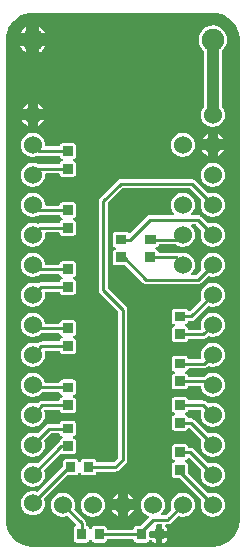
<source format=gtl>
G04 Layer: TopLayer*
G04 EasyEDA v6.4.25, 2022-02-03T13:57:38+11:00*
G04 a67cddfb3fce44daa9051d46cbbcc19f,10*
G04 Gerber Generator version 0.2*
G04 Scale: 100 percent, Rotated: No, Reflected: No *
G04 Dimensions in millimeters *
G04 leading zeros omitted , absolute positions ,4 integer and 5 decimal *
%FSLAX45Y45*%
%MOMM*%

%ADD10C,0.2540*%
%ADD11C,1.0000*%
%ADD12C,0.6096*%
%ADD13R,0.8640X0.8065*%
%ADD15C,1.5240*%
%ADD16C,1.9000*%

%LPD*%
G36*
X254304Y25908D02*
G01*
X233679Y26873D01*
X213969Y29514D01*
X194564Y33832D01*
X175564Y39878D01*
X157226Y47498D01*
X139598Y56743D01*
X122834Y67462D01*
X107086Y79603D01*
X92456Y93065D01*
X79044Y107746D01*
X66954Y123545D01*
X56286Y140360D01*
X47142Y158038D01*
X39573Y176428D01*
X33629Y195427D01*
X29362Y214833D01*
X26771Y234543D01*
X25908Y254762D01*
X25908Y4317238D01*
X26873Y4338320D01*
X29514Y4358030D01*
X33832Y4377436D01*
X39878Y4396435D01*
X47498Y4414774D01*
X56743Y4432401D01*
X67462Y4449165D01*
X79603Y4464913D01*
X93065Y4479544D01*
X107746Y4492955D01*
X123545Y4505045D01*
X140360Y4515713D01*
X158038Y4524857D01*
X176428Y4532426D01*
X195427Y4538370D01*
X214833Y4542637D01*
X234543Y4545228D01*
X254762Y4546092D01*
X1777238Y4546092D01*
X1798320Y4545126D01*
X1818030Y4542485D01*
X1837436Y4538167D01*
X1856435Y4532122D01*
X1874774Y4524502D01*
X1892401Y4515256D01*
X1909165Y4504537D01*
X1924913Y4492396D01*
X1939543Y4478934D01*
X1953006Y4464253D01*
X1965045Y4448454D01*
X1975713Y4431639D01*
X1984857Y4413961D01*
X1992426Y4395571D01*
X1998370Y4376572D01*
X2002637Y4357166D01*
X2005228Y4337456D01*
X2006092Y4317238D01*
X2006092Y254762D01*
X2005126Y233679D01*
X2002485Y213969D01*
X1998167Y194564D01*
X1992122Y175564D01*
X1984502Y157226D01*
X1975256Y139598D01*
X1964537Y122834D01*
X1952396Y107086D01*
X1938934Y92456D01*
X1924253Y78994D01*
X1908454Y66954D01*
X1891639Y56286D01*
X1873961Y47142D01*
X1855571Y39573D01*
X1836572Y33629D01*
X1817166Y29362D01*
X1797456Y26771D01*
X1777238Y25908D01*
G37*

%LPC*%
G36*
X307848Y4371848D02*
G01*
X362051Y4371848D01*
X360527Y4375200D01*
X352653Y4387850D01*
X343357Y4399432D01*
X332638Y4409795D01*
X320751Y4418787D01*
X307848Y4426254D01*
G37*
G36*
X626922Y60909D02*
G01*
X706424Y60909D01*
X712774Y61620D01*
X718210Y63500D01*
X723138Y66598D01*
X727202Y70662D01*
X730300Y75590D01*
X732434Y81686D01*
X734568Y85191D01*
X737920Y87630D01*
X741984Y88442D01*
X746048Y87630D01*
X749452Y85191D01*
X751586Y81686D01*
X753719Y75590D01*
X756818Y70662D01*
X760882Y66598D01*
X765810Y63500D01*
X771245Y61620D01*
X777595Y60909D01*
X857097Y60909D01*
X863396Y61620D01*
X868883Y63500D01*
X873760Y66598D01*
X877874Y70662D01*
X880922Y75590D01*
X882853Y81026D01*
X884072Y85902D01*
X886307Y88798D01*
X889457Y90728D01*
X893064Y91389D01*
X1098905Y91389D01*
X1102512Y90728D01*
X1105662Y88798D01*
X1107948Y85902D01*
X1109167Y81026D01*
X1111046Y75590D01*
X1114145Y70662D01*
X1118260Y66598D01*
X1123137Y63500D01*
X1128623Y61620D01*
X1134922Y60909D01*
X1214424Y60909D01*
X1220774Y61620D01*
X1226210Y63500D01*
X1231138Y66598D01*
X1235202Y70662D01*
X1238300Y75590D01*
X1240434Y81686D01*
X1242568Y85191D01*
X1245920Y87630D01*
X1249984Y88442D01*
X1254048Y87630D01*
X1257452Y85191D01*
X1259586Y81686D01*
X1261719Y75590D01*
X1264818Y70662D01*
X1268882Y66598D01*
X1273810Y63500D01*
X1279245Y61620D01*
X1285595Y60909D01*
X1298803Y60909D01*
X1298803Y102057D01*
X1251051Y102057D01*
X1247190Y102819D01*
X1243888Y105003D01*
X1241704Y108305D01*
X1240891Y112217D01*
X1240891Y147777D01*
X1241704Y151688D01*
X1243888Y154990D01*
X1247190Y157175D01*
X1251051Y157937D01*
X1298803Y157937D01*
X1298803Y205232D01*
X1299565Y209143D01*
X1301800Y212394D01*
X1305102Y214629D01*
X1308963Y215392D01*
X1341678Y215392D01*
X1345539Y214629D01*
X1348841Y212394D01*
X1351076Y209143D01*
X1351838Y205232D01*
X1351838Y157937D01*
X1391564Y157937D01*
X1391564Y172618D01*
X1390853Y178968D01*
X1388922Y184404D01*
X1385874Y189331D01*
X1381760Y193395D01*
X1376629Y196646D01*
X1373530Y199644D01*
X1372006Y203708D01*
X1372260Y208025D01*
X1374343Y211836D01*
X1377797Y214477D01*
X1382014Y215392D01*
X1399489Y215392D01*
X1407515Y216204D01*
X1414780Y218389D01*
X1421434Y221945D01*
X1427276Y226720D01*
X1432052Y232562D01*
X1433525Y235305D01*
X1435303Y237693D01*
X1480007Y282397D01*
X1483106Y284530D01*
X1486763Y285343D01*
X1490522Y284784D01*
X1497025Y282549D01*
X1510385Y279806D01*
X1524000Y278892D01*
X1537614Y279806D01*
X1550974Y282549D01*
X1563878Y287020D01*
X1576019Y293166D01*
X1587246Y300888D01*
X1597406Y310032D01*
X1606194Y320446D01*
X1613509Y331927D01*
X1619250Y344322D01*
X1623314Y357327D01*
X1625549Y370789D01*
X1626006Y384403D01*
X1624685Y397967D01*
X1621485Y411226D01*
X1616608Y423976D01*
X1610055Y435914D01*
X1601978Y446887D01*
X1592478Y456692D01*
X1581759Y465175D01*
X1570024Y472135D01*
X1557477Y477418D01*
X1544320Y481025D01*
X1530807Y482854D01*
X1517192Y482854D01*
X1503680Y481025D01*
X1490522Y477418D01*
X1477975Y472135D01*
X1466240Y465175D01*
X1455521Y456692D01*
X1446022Y446887D01*
X1437944Y435914D01*
X1431391Y423976D01*
X1426514Y411226D01*
X1423314Y397967D01*
X1421993Y384403D01*
X1422450Y370789D01*
X1424686Y357327D01*
X1427835Y347116D01*
X1428292Y343509D01*
X1427429Y339953D01*
X1425346Y336956D01*
X1383995Y295605D01*
X1380693Y293370D01*
X1376781Y292608D01*
X1350518Y292608D01*
X1346758Y293319D01*
X1343507Y295402D01*
X1341272Y298500D01*
X1340358Y302209D01*
X1340866Y306019D01*
X1342745Y309321D01*
X1352194Y320446D01*
X1359509Y331927D01*
X1365250Y344322D01*
X1369314Y357327D01*
X1371549Y370789D01*
X1372006Y384403D01*
X1370685Y397967D01*
X1367485Y411226D01*
X1362608Y423976D01*
X1356055Y435914D01*
X1347978Y446887D01*
X1338478Y456692D01*
X1327759Y465175D01*
X1316024Y472135D01*
X1303477Y477418D01*
X1290320Y481025D01*
X1276807Y482854D01*
X1263192Y482854D01*
X1249680Y481025D01*
X1236522Y477418D01*
X1223975Y472135D01*
X1212240Y465175D01*
X1201521Y456692D01*
X1192022Y446887D01*
X1183944Y435914D01*
X1177391Y423976D01*
X1172514Y411226D01*
X1169314Y397967D01*
X1167993Y384403D01*
X1168450Y370789D01*
X1170686Y357327D01*
X1174750Y344322D01*
X1180490Y331927D01*
X1187805Y320446D01*
X1196594Y310032D01*
X1206754Y300888D01*
X1217980Y293166D01*
X1229766Y287223D01*
X1232763Y284886D01*
X1234744Y281584D01*
X1235354Y277825D01*
X1234490Y274116D01*
X1232357Y270967D01*
X1163472Y202082D01*
X1160170Y199898D01*
X1156309Y199085D01*
X1134922Y199085D01*
X1128623Y198374D01*
X1123137Y196494D01*
X1118260Y193395D01*
X1114145Y189331D01*
X1111046Y184404D01*
X1109167Y178968D01*
X1107948Y174091D01*
X1105662Y171196D01*
X1102512Y169265D01*
X1098905Y168605D01*
X893064Y168605D01*
X889457Y169265D01*
X886307Y171196D01*
X884072Y174091D01*
X882853Y178968D01*
X880922Y184404D01*
X877874Y189331D01*
X873760Y193395D01*
X868883Y196494D01*
X863396Y198374D01*
X857097Y199085D01*
X777595Y199085D01*
X771245Y198374D01*
X765810Y196494D01*
X760882Y193395D01*
X756818Y189331D01*
X753719Y184404D01*
X751586Y178358D01*
X749452Y174802D01*
X746048Y172364D01*
X741984Y171551D01*
X737920Y172364D01*
X734568Y174802D01*
X732434Y178358D01*
X730300Y184404D01*
X727202Y189331D01*
X723138Y193395D01*
X718210Y196494D01*
X712063Y198628D01*
X708507Y200761D01*
X706120Y204165D01*
X705256Y208229D01*
X705256Y221843D01*
X704494Y229870D01*
X702310Y237083D01*
X698703Y243738D01*
X693623Y249986D01*
X606653Y336956D01*
X604570Y339953D01*
X603707Y343509D01*
X604164Y347116D01*
X607314Y357327D01*
X609549Y370789D01*
X610006Y384403D01*
X608685Y397967D01*
X605485Y411226D01*
X600608Y423976D01*
X594055Y435914D01*
X585978Y446887D01*
X576478Y456692D01*
X565759Y465175D01*
X554024Y472135D01*
X541477Y477418D01*
X528320Y481025D01*
X514807Y482854D01*
X501192Y482854D01*
X487680Y481025D01*
X474522Y477418D01*
X461975Y472135D01*
X450240Y465175D01*
X439521Y456692D01*
X430022Y446887D01*
X421944Y435914D01*
X415391Y423976D01*
X410514Y411226D01*
X407314Y397967D01*
X405993Y384403D01*
X406450Y370789D01*
X408686Y357327D01*
X412750Y344322D01*
X418490Y331927D01*
X425805Y320446D01*
X434593Y310032D01*
X444754Y300888D01*
X455980Y293166D01*
X468122Y287020D01*
X481025Y282549D01*
X494385Y279806D01*
X508000Y278892D01*
X521614Y279806D01*
X534974Y282549D01*
X541477Y284784D01*
X545236Y285343D01*
X548894Y284530D01*
X551992Y282397D01*
X620572Y213817D01*
X622808Y210413D01*
X623570Y206400D01*
X622655Y202438D01*
X620268Y199136D01*
X616762Y197053D01*
X615137Y196494D01*
X610260Y193395D01*
X606145Y189331D01*
X603046Y184404D01*
X601167Y178968D01*
X600456Y172618D01*
X600456Y87376D01*
X601167Y81026D01*
X603046Y75590D01*
X606145Y70662D01*
X610260Y66598D01*
X615137Y63500D01*
X620623Y61620D01*
G37*
G36*
X145948Y4371848D02*
G01*
X200152Y4371848D01*
X200152Y4426000D01*
X193548Y4422698D01*
X181152Y4414469D01*
X169824Y4404766D01*
X159816Y4393793D01*
X151231Y4381652D01*
G37*
G36*
X200152Y4209999D02*
G01*
X200152Y4264152D01*
X145948Y4264152D01*
X151231Y4254347D01*
X159816Y4242206D01*
X169824Y4231233D01*
X181152Y4221530D01*
X193548Y4213301D01*
G37*
G36*
X307746Y4209745D02*
G01*
X320751Y4217212D01*
X332638Y4226204D01*
X343357Y4236567D01*
X352653Y4248150D01*
X360527Y4260799D01*
X362051Y4264152D01*
X307848Y4264152D01*
G37*
G36*
X298450Y3727450D02*
G01*
X345795Y3727450D01*
X340055Y3737914D01*
X331978Y3748887D01*
X322478Y3758692D01*
X311759Y3767175D01*
X300024Y3774135D01*
X298450Y3774795D01*
G37*
G36*
X162204Y3727450D02*
G01*
X209550Y3727450D01*
X209550Y3774795D01*
X207975Y3774135D01*
X196240Y3767175D01*
X185521Y3758692D01*
X176022Y3748887D01*
X167944Y3737914D01*
G37*
G36*
X209550Y3591356D02*
G01*
X209550Y3638550D01*
X162356Y3638550D01*
X164490Y3633927D01*
X171805Y3622446D01*
X180594Y3612032D01*
X190754Y3602888D01*
X201980Y3595166D01*
G37*
G36*
X762000Y278892D02*
G01*
X775614Y279806D01*
X788974Y282549D01*
X801878Y287020D01*
X814019Y293166D01*
X825246Y300888D01*
X835406Y310032D01*
X844194Y320446D01*
X851509Y331927D01*
X857250Y344322D01*
X861314Y357327D01*
X863549Y370789D01*
X864006Y384403D01*
X862685Y397967D01*
X859485Y411226D01*
X854608Y423976D01*
X848055Y435914D01*
X839978Y446887D01*
X830478Y456692D01*
X819759Y465175D01*
X808024Y472135D01*
X795477Y477418D01*
X782320Y481025D01*
X768807Y482854D01*
X755192Y482854D01*
X741680Y481025D01*
X728522Y477418D01*
X715975Y472135D01*
X704240Y465175D01*
X693521Y456692D01*
X684022Y446887D01*
X675944Y435914D01*
X669391Y423976D01*
X664514Y411226D01*
X661314Y397967D01*
X659993Y384403D01*
X660450Y370789D01*
X662686Y357327D01*
X666750Y344322D01*
X672490Y331927D01*
X679805Y320446D01*
X688594Y310032D01*
X698754Y300888D01*
X709980Y293166D01*
X722122Y287020D01*
X735025Y282549D01*
X748385Y279806D01*
G37*
G36*
X1778000Y278892D02*
G01*
X1791614Y279806D01*
X1804974Y282549D01*
X1817878Y287020D01*
X1830019Y293166D01*
X1841246Y300888D01*
X1851406Y310032D01*
X1860194Y320446D01*
X1867509Y331927D01*
X1873250Y344322D01*
X1877314Y357327D01*
X1879549Y370789D01*
X1880006Y384403D01*
X1878685Y397967D01*
X1875485Y411226D01*
X1870608Y423976D01*
X1864055Y435914D01*
X1855978Y446887D01*
X1846478Y456692D01*
X1835759Y465175D01*
X1824024Y472135D01*
X1811477Y477418D01*
X1798320Y481025D01*
X1784807Y482854D01*
X1771192Y482854D01*
X1757680Y481025D01*
X1743710Y477164D01*
X1740154Y476859D01*
X1736699Y477774D01*
X1733804Y479806D01*
X1572107Y641502D01*
X1569872Y644804D01*
X1569110Y648716D01*
X1569110Y714451D01*
X1568399Y720750D01*
X1566468Y726236D01*
X1563420Y731113D01*
X1559306Y735228D01*
X1554429Y738276D01*
X1548333Y740410D01*
X1544777Y742543D01*
X1542389Y745947D01*
X1541526Y750011D01*
X1542389Y754075D01*
X1544777Y757428D01*
X1548333Y759612D01*
X1554429Y761695D01*
X1559306Y764794D01*
X1563420Y768908D01*
X1566722Y774141D01*
X1569161Y776833D01*
X1572361Y778459D01*
X1575968Y778865D01*
X1579524Y778002D01*
X1582470Y775919D01*
X1679346Y679043D01*
X1681530Y675843D01*
X1682343Y672033D01*
X1681632Y668223D01*
X1680514Y665226D01*
X1677314Y651967D01*
X1675993Y638403D01*
X1676450Y624789D01*
X1678686Y611327D01*
X1682750Y598322D01*
X1688490Y585927D01*
X1695805Y574446D01*
X1704593Y564032D01*
X1714754Y554888D01*
X1725980Y547166D01*
X1738122Y541020D01*
X1751025Y536549D01*
X1764385Y533806D01*
X1778000Y532892D01*
X1791614Y533806D01*
X1804974Y536549D01*
X1817878Y541020D01*
X1830019Y547166D01*
X1841246Y554888D01*
X1851406Y564032D01*
X1860194Y574446D01*
X1867509Y585927D01*
X1873250Y598322D01*
X1877314Y611327D01*
X1879549Y624789D01*
X1880006Y638403D01*
X1878685Y651967D01*
X1875485Y665226D01*
X1870608Y677976D01*
X1864055Y689914D01*
X1855978Y700887D01*
X1846478Y710692D01*
X1835759Y719175D01*
X1824024Y726135D01*
X1811477Y731418D01*
X1798320Y735025D01*
X1784807Y736854D01*
X1771192Y736854D01*
X1757680Y735025D01*
X1743710Y731164D01*
X1740154Y730859D01*
X1736699Y731774D01*
X1733804Y733806D01*
X1615287Y852271D01*
X1609090Y857402D01*
X1602384Y860958D01*
X1595170Y863142D01*
X1587144Y863955D01*
X1578203Y863955D01*
X1574139Y864819D01*
X1570786Y867206D01*
X1568602Y870762D01*
X1566468Y876858D01*
X1563420Y881786D01*
X1559306Y885850D01*
X1554429Y888949D01*
X1548942Y890828D01*
X1542643Y891540D01*
X1457350Y891540D01*
X1451051Y890828D01*
X1445564Y888949D01*
X1440688Y885850D01*
X1436573Y881786D01*
X1433525Y876858D01*
X1431594Y871423D01*
X1430883Y865073D01*
X1430883Y785571D01*
X1431594Y779272D01*
X1433525Y773785D01*
X1436573Y768908D01*
X1440688Y764794D01*
X1445564Y761695D01*
X1451660Y759612D01*
X1455216Y757428D01*
X1457604Y754075D01*
X1458468Y750011D01*
X1457604Y745947D01*
X1455216Y742543D01*
X1451660Y740410D01*
X1445564Y738276D01*
X1440688Y735228D01*
X1436573Y731113D01*
X1433525Y726236D01*
X1431594Y720750D01*
X1430883Y714451D01*
X1430883Y634949D01*
X1431594Y628599D01*
X1433525Y623163D01*
X1436573Y618236D01*
X1440688Y614172D01*
X1445564Y611073D01*
X1451051Y609142D01*
X1457350Y608431D01*
X1491742Y608431D01*
X1495653Y607669D01*
X1498955Y605485D01*
X1679346Y425043D01*
X1681530Y421843D01*
X1682343Y418033D01*
X1681632Y414223D01*
X1680514Y411226D01*
X1677314Y397967D01*
X1675993Y384403D01*
X1676450Y370789D01*
X1678686Y357327D01*
X1682750Y344322D01*
X1688490Y331927D01*
X1695805Y320446D01*
X1704593Y310032D01*
X1714754Y300888D01*
X1725980Y293166D01*
X1738122Y287020D01*
X1751025Y282549D01*
X1764385Y279806D01*
G37*
G36*
X298450Y3591356D02*
G01*
X306019Y3595166D01*
X317246Y3602888D01*
X327406Y3612032D01*
X336194Y3622446D01*
X343509Y3633927D01*
X345643Y3638550D01*
X298450Y3638550D01*
G37*
G36*
X1778000Y3580892D02*
G01*
X1791614Y3581806D01*
X1804974Y3584549D01*
X1817878Y3589020D01*
X1830019Y3595166D01*
X1841246Y3602888D01*
X1851406Y3612032D01*
X1860194Y3622446D01*
X1867509Y3633927D01*
X1873250Y3646322D01*
X1877314Y3659327D01*
X1879549Y3672789D01*
X1880006Y3686403D01*
X1878685Y3699967D01*
X1875485Y3713226D01*
X1870608Y3725976D01*
X1864055Y3737914D01*
X1855876Y3748989D01*
X1854403Y3751834D01*
X1853895Y3755034D01*
X1853895Y4219244D01*
X1854707Y4223207D01*
X1856993Y4226509D01*
X1867357Y4236567D01*
X1876653Y4248150D01*
X1884527Y4260799D01*
X1890725Y4274312D01*
X1895246Y4288536D01*
X1897989Y4303166D01*
X1898904Y4318000D01*
X1897989Y4332833D01*
X1895246Y4347464D01*
X1890725Y4361688D01*
X1884527Y4375200D01*
X1876653Y4387850D01*
X1867357Y4399432D01*
X1856638Y4409795D01*
X1844751Y4418787D01*
X1831898Y4426204D01*
X1818182Y4431995D01*
X1803857Y4436110D01*
X1789175Y4438396D01*
X1774291Y4438853D01*
X1759457Y4437481D01*
X1744929Y4434281D01*
X1730857Y4429302D01*
X1717548Y4422698D01*
X1705152Y4414469D01*
X1693824Y4404766D01*
X1683816Y4393793D01*
X1675231Y4381652D01*
X1668170Y4368546D01*
X1662785Y4354626D01*
X1659178Y4340199D01*
X1657350Y4325416D01*
X1657350Y4310583D01*
X1659178Y4295800D01*
X1662785Y4281373D01*
X1668170Y4267454D01*
X1675231Y4254347D01*
X1683816Y4242206D01*
X1693824Y4231233D01*
X1698548Y4227169D01*
X1701139Y4223715D01*
X1702104Y4219448D01*
X1702104Y3755034D01*
X1701596Y3751834D01*
X1700123Y3748989D01*
X1691944Y3737914D01*
X1685391Y3725976D01*
X1680514Y3713226D01*
X1677314Y3699967D01*
X1675993Y3686403D01*
X1676450Y3672789D01*
X1678686Y3659327D01*
X1682750Y3646322D01*
X1688490Y3633927D01*
X1695805Y3622446D01*
X1704593Y3612032D01*
X1714754Y3602888D01*
X1725980Y3595166D01*
X1738122Y3589020D01*
X1751025Y3584549D01*
X1764385Y3581806D01*
G37*
G36*
X971550Y289356D02*
G01*
X971550Y336550D01*
X924356Y336550D01*
X926490Y331927D01*
X933805Y320446D01*
X942594Y310032D01*
X952753Y300888D01*
X963980Y293166D01*
G37*
G36*
X1060450Y289356D02*
G01*
X1068019Y293166D01*
X1079246Y300888D01*
X1089406Y310032D01*
X1098194Y320446D01*
X1105509Y331927D01*
X1107643Y336550D01*
X1060450Y336550D01*
G37*
G36*
X254000Y291592D02*
G01*
X267614Y292506D01*
X280974Y295249D01*
X293878Y299720D01*
X306019Y305866D01*
X317246Y313588D01*
X327406Y322732D01*
X336194Y333146D01*
X343509Y344627D01*
X349250Y357022D01*
X353314Y370027D01*
X355549Y383489D01*
X356006Y397103D01*
X354685Y410667D01*
X351485Y423926D01*
X350367Y426923D01*
X349656Y430733D01*
X350469Y434543D01*
X352653Y437743D01*
X542798Y627938D01*
X546100Y630123D01*
X550011Y630885D01*
X614426Y630885D01*
X620776Y631596D01*
X626211Y633526D01*
X631139Y636574D01*
X635203Y640689D01*
X638302Y645566D01*
X640435Y651662D01*
X642569Y655218D01*
X645922Y657606D01*
X649986Y658469D01*
X654050Y657606D01*
X657453Y655218D01*
X659587Y651662D01*
X661720Y645566D01*
X664819Y640689D01*
X668883Y636574D01*
X673811Y633526D01*
X679246Y631596D01*
X685596Y630885D01*
X765098Y630885D01*
X771398Y631596D01*
X776884Y633526D01*
X781761Y636574D01*
X785876Y640689D01*
X788924Y645566D01*
X790854Y651052D01*
X792073Y655878D01*
X794308Y658825D01*
X797458Y660704D01*
X801065Y661365D01*
X953516Y661365D01*
X961542Y662178D01*
X968756Y664362D01*
X975410Y667918D01*
X981659Y673049D01*
X1042924Y734364D01*
X1048054Y740562D01*
X1051610Y747268D01*
X1053795Y754481D01*
X1054608Y762508D01*
X1054608Y2031492D01*
X1053795Y2039518D01*
X1051610Y2046732D01*
X1048054Y2053437D01*
X1042924Y2059635D01*
X891489Y2211120D01*
X889253Y2214422D01*
X888492Y2218334D01*
X888492Y2929737D01*
X889253Y2933649D01*
X891489Y2936951D01*
X1013002Y3058464D01*
X1016304Y3060700D01*
X1020216Y3061462D01*
X1578711Y3061462D01*
X1582623Y3060700D01*
X1585925Y3058464D01*
X1679346Y2965043D01*
X1681530Y2961843D01*
X1682343Y2958033D01*
X1681632Y2954223D01*
X1680514Y2951226D01*
X1677314Y2937967D01*
X1675993Y2924403D01*
X1676450Y2910789D01*
X1678686Y2897327D01*
X1682750Y2884322D01*
X1688490Y2871927D01*
X1695805Y2860446D01*
X1704593Y2850032D01*
X1714754Y2840888D01*
X1725980Y2833166D01*
X1738122Y2827020D01*
X1751025Y2822549D01*
X1764385Y2819806D01*
X1778000Y2818892D01*
X1791614Y2819806D01*
X1804974Y2822549D01*
X1817878Y2827020D01*
X1830019Y2833166D01*
X1841246Y2840888D01*
X1851406Y2850032D01*
X1860194Y2860446D01*
X1867509Y2871927D01*
X1873250Y2884322D01*
X1877314Y2897327D01*
X1879549Y2910789D01*
X1880006Y2924403D01*
X1878685Y2937967D01*
X1875485Y2951226D01*
X1870608Y2963976D01*
X1864055Y2975914D01*
X1855978Y2986887D01*
X1846478Y2996692D01*
X1835759Y3005175D01*
X1824024Y3012135D01*
X1811477Y3017418D01*
X1798320Y3021025D01*
X1784807Y3022854D01*
X1771192Y3022854D01*
X1757680Y3021025D01*
X1743710Y3017164D01*
X1740154Y3016859D01*
X1736699Y3017774D01*
X1733804Y3019806D01*
X1626565Y3126994D01*
X1620367Y3132124D01*
X1613662Y3135680D01*
X1606448Y3137865D01*
X1598422Y3138678D01*
X1000506Y3138678D01*
X992479Y3137865D01*
X985266Y3135680D01*
X978560Y3132124D01*
X972362Y3126994D01*
X822960Y2977591D01*
X817829Y2971393D01*
X814273Y2964688D01*
X812088Y2957474D01*
X811276Y2949448D01*
X811276Y2198624D01*
X812088Y2190597D01*
X814273Y2183384D01*
X817829Y2176678D01*
X822960Y2170480D01*
X974394Y2018995D01*
X976630Y2015693D01*
X977392Y2011781D01*
X977392Y782218D01*
X976630Y778306D01*
X974394Y775004D01*
X940968Y741578D01*
X937666Y739394D01*
X933805Y738581D01*
X801065Y738581D01*
X797458Y739292D01*
X794308Y741172D01*
X792073Y744118D01*
X790854Y748944D01*
X788924Y754430D01*
X785876Y759307D01*
X781761Y763422D01*
X776884Y766470D01*
X771398Y768400D01*
X765098Y769112D01*
X685596Y769112D01*
X679246Y768400D01*
X673811Y766470D01*
X668883Y763422D01*
X664819Y759307D01*
X661720Y754430D01*
X659587Y748334D01*
X657453Y744778D01*
X654050Y742391D01*
X649986Y741527D01*
X645922Y742391D01*
X642569Y744778D01*
X640435Y748334D01*
X638302Y754430D01*
X635203Y759307D01*
X631139Y763422D01*
X626211Y766470D01*
X620776Y768400D01*
X614426Y769112D01*
X534924Y769112D01*
X528624Y768400D01*
X523138Y766470D01*
X518261Y763422D01*
X514146Y759307D01*
X511048Y754430D01*
X509168Y748944D01*
X508457Y742645D01*
X508457Y706932D01*
X507695Y703072D01*
X505459Y699770D01*
X298196Y492506D01*
X295300Y490474D01*
X291846Y489559D01*
X288290Y489864D01*
X274320Y493725D01*
X260807Y495554D01*
X247192Y495554D01*
X233679Y493725D01*
X220522Y490118D01*
X207975Y484835D01*
X196240Y477875D01*
X185521Y469392D01*
X176022Y459587D01*
X167944Y448614D01*
X161391Y436676D01*
X156514Y423926D01*
X153314Y410667D01*
X151993Y397103D01*
X152450Y383489D01*
X154686Y370027D01*
X158750Y357022D01*
X164490Y344627D01*
X171805Y333146D01*
X180594Y322732D01*
X190754Y313588D01*
X201980Y305866D01*
X214121Y299720D01*
X227025Y295249D01*
X240385Y292506D01*
G37*
G36*
X1822450Y3473450D02*
G01*
X1869795Y3473450D01*
X1864055Y3483914D01*
X1855978Y3494887D01*
X1846478Y3504692D01*
X1835759Y3513175D01*
X1824024Y3520135D01*
X1822450Y3520795D01*
G37*
G36*
X1060450Y425450D02*
G01*
X1107795Y425450D01*
X1102055Y435914D01*
X1093978Y446887D01*
X1084478Y456692D01*
X1073759Y465175D01*
X1062024Y472135D01*
X1060450Y472795D01*
G37*
G36*
X924204Y425450D02*
G01*
X971550Y425450D01*
X971550Y472795D01*
X969975Y472135D01*
X958240Y465175D01*
X947521Y456692D01*
X938021Y446887D01*
X929944Y435914D01*
G37*
G36*
X1686204Y3473450D02*
G01*
X1733550Y3473450D01*
X1733550Y3520795D01*
X1731975Y3520135D01*
X1720240Y3513175D01*
X1709521Y3504692D01*
X1700022Y3494887D01*
X1691944Y3483914D01*
G37*
G36*
X1733550Y3337356D02*
G01*
X1733550Y3384550D01*
X1686356Y3384550D01*
X1688490Y3379927D01*
X1695805Y3368446D01*
X1704593Y3358032D01*
X1714754Y3348888D01*
X1725980Y3341166D01*
G37*
G36*
X254000Y532892D02*
G01*
X267614Y533806D01*
X280974Y536549D01*
X293878Y541020D01*
X306019Y547166D01*
X317246Y554888D01*
X327406Y564032D01*
X336194Y574446D01*
X343509Y585927D01*
X349250Y598322D01*
X353314Y611327D01*
X355549Y624789D01*
X356006Y638403D01*
X354685Y651967D01*
X351485Y665226D01*
X350367Y668223D01*
X349656Y672033D01*
X350469Y675843D01*
X352653Y679043D01*
X483158Y809548D01*
X486918Y811936D01*
X491337Y812495D01*
X501040Y809142D01*
X507390Y808431D01*
X592632Y808431D01*
X598932Y809142D01*
X604418Y811072D01*
X609295Y814171D01*
X613410Y818235D01*
X616508Y823163D01*
X618388Y828598D01*
X619099Y834948D01*
X619099Y914450D01*
X618388Y920750D01*
X616508Y926236D01*
X613410Y931113D01*
X609295Y935228D01*
X604418Y938276D01*
X598322Y940409D01*
X594766Y942543D01*
X592378Y945946D01*
X591515Y950010D01*
X592378Y954074D01*
X594766Y957427D01*
X598322Y959612D01*
X604418Y961694D01*
X609295Y964793D01*
X613410Y968908D01*
X616508Y973785D01*
X618388Y979271D01*
X619099Y985570D01*
X619099Y1065072D01*
X618388Y1071422D01*
X616508Y1076858D01*
X613410Y1081786D01*
X609295Y1085850D01*
X604418Y1088948D01*
X598932Y1090828D01*
X592632Y1091539D01*
X507390Y1091539D01*
X501040Y1090828D01*
X495604Y1088948D01*
X490677Y1085850D01*
X486613Y1081786D01*
X483514Y1076858D01*
X481380Y1070762D01*
X479247Y1067206D01*
X475843Y1064818D01*
X471779Y1063955D01*
X390855Y1063955D01*
X382828Y1063142D01*
X375615Y1060958D01*
X368909Y1057402D01*
X362712Y1052271D01*
X298196Y987806D01*
X295300Y985774D01*
X291846Y984859D01*
X288290Y985164D01*
X274320Y989025D01*
X260807Y990853D01*
X247192Y990853D01*
X233679Y989025D01*
X220522Y985418D01*
X207975Y980135D01*
X196240Y973175D01*
X185521Y964692D01*
X176022Y954887D01*
X167944Y943914D01*
X161391Y931976D01*
X156514Y919226D01*
X153314Y905967D01*
X151993Y892403D01*
X152450Y878789D01*
X154686Y865327D01*
X158750Y852322D01*
X164490Y839927D01*
X171805Y828446D01*
X180594Y818032D01*
X190754Y808888D01*
X201980Y801166D01*
X214121Y795020D01*
X227025Y790549D01*
X240385Y787806D01*
X254000Y786892D01*
X267614Y787806D01*
X280974Y790549D01*
X293878Y795020D01*
X306019Y801166D01*
X317246Y808888D01*
X327406Y818032D01*
X336194Y828446D01*
X343509Y839927D01*
X349250Y852322D01*
X353314Y865327D01*
X355549Y878789D01*
X356006Y892403D01*
X354685Y905967D01*
X351485Y919226D01*
X350367Y922223D01*
X349656Y926033D01*
X350469Y929843D01*
X352653Y933043D01*
X403352Y983742D01*
X406654Y985977D01*
X410565Y986739D01*
X471779Y986739D01*
X475843Y985875D01*
X479196Y983487D01*
X481380Y979932D01*
X483514Y973785D01*
X486613Y968908D01*
X490677Y964793D01*
X495604Y961694D01*
X501650Y959612D01*
X505206Y957427D01*
X507593Y954074D01*
X508457Y950010D01*
X507593Y945946D01*
X505206Y942543D01*
X501650Y940409D01*
X495604Y938276D01*
X490677Y935228D01*
X486613Y931113D01*
X483514Y926236D01*
X481584Y920750D01*
X481126Y916482D01*
X480263Y913333D01*
X478383Y910640D01*
X475792Y908659D01*
X472236Y906729D01*
X466039Y901598D01*
X298196Y733806D01*
X295300Y731774D01*
X291846Y730859D01*
X288290Y731164D01*
X274320Y735025D01*
X260807Y736854D01*
X247192Y736854D01*
X233679Y735025D01*
X220522Y731418D01*
X207975Y726135D01*
X196240Y719175D01*
X185521Y710692D01*
X176022Y700887D01*
X167944Y689914D01*
X161391Y677976D01*
X156514Y665226D01*
X153314Y651967D01*
X151993Y638403D01*
X152450Y624789D01*
X154686Y611327D01*
X158750Y598322D01*
X164490Y585927D01*
X171805Y574446D01*
X180594Y564032D01*
X190754Y554888D01*
X201980Y547166D01*
X214121Y541020D01*
X227025Y536549D01*
X240385Y533806D01*
G37*
G36*
X1822450Y3337356D02*
G01*
X1830019Y3341166D01*
X1841246Y3348888D01*
X1851406Y3358032D01*
X1860194Y3368446D01*
X1867509Y3379927D01*
X1869643Y3384550D01*
X1822450Y3384550D01*
G37*
G36*
X1524000Y3326892D02*
G01*
X1537614Y3327806D01*
X1550974Y3330549D01*
X1563878Y3335020D01*
X1576019Y3341166D01*
X1587246Y3348888D01*
X1597406Y3358032D01*
X1606194Y3368446D01*
X1613509Y3379927D01*
X1619250Y3392322D01*
X1623314Y3405327D01*
X1625549Y3418789D01*
X1626006Y3432403D01*
X1624685Y3445967D01*
X1621485Y3459226D01*
X1616608Y3471976D01*
X1610055Y3483914D01*
X1601978Y3494887D01*
X1592478Y3504692D01*
X1581759Y3513175D01*
X1570024Y3520135D01*
X1557477Y3525418D01*
X1544320Y3529025D01*
X1530807Y3530854D01*
X1517192Y3530854D01*
X1503680Y3529025D01*
X1490522Y3525418D01*
X1477975Y3520135D01*
X1466240Y3513175D01*
X1455521Y3504692D01*
X1446022Y3494887D01*
X1437944Y3483914D01*
X1431391Y3471976D01*
X1426514Y3459226D01*
X1423314Y3445967D01*
X1421993Y3432403D01*
X1422450Y3418789D01*
X1424686Y3405327D01*
X1428750Y3392322D01*
X1434490Y3379927D01*
X1441805Y3368446D01*
X1450594Y3358032D01*
X1460754Y3348888D01*
X1471980Y3341166D01*
X1484122Y3335020D01*
X1497025Y3330549D01*
X1510385Y3327806D01*
G37*
G36*
X254000Y3072892D02*
G01*
X267614Y3073806D01*
X280974Y3076549D01*
X293878Y3081020D01*
X306019Y3087166D01*
X317246Y3094888D01*
X327406Y3104032D01*
X336194Y3114446D01*
X343509Y3125927D01*
X349250Y3138322D01*
X353314Y3151327D01*
X355549Y3164789D01*
X355955Y3176219D01*
X356819Y3180029D01*
X359054Y3183178D01*
X362305Y3185312D01*
X366115Y3186023D01*
X471779Y3186023D01*
X475843Y3185210D01*
X479247Y3182823D01*
X481380Y3179267D01*
X483514Y3173120D01*
X486613Y3168243D01*
X490677Y3164128D01*
X495604Y3161080D01*
X501040Y3159150D01*
X507390Y3158439D01*
X592632Y3158439D01*
X598932Y3159150D01*
X604418Y3161080D01*
X609295Y3164128D01*
X613410Y3168243D01*
X616508Y3173120D01*
X618388Y3178606D01*
X619099Y3184906D01*
X619099Y3264408D01*
X618388Y3270758D01*
X616508Y3276193D01*
X613410Y3281121D01*
X609295Y3285185D01*
X604418Y3288284D01*
X598322Y3290417D01*
X594766Y3292551D01*
X592378Y3295954D01*
X591515Y3300018D01*
X592378Y3304082D01*
X594766Y3307435D01*
X598322Y3309569D01*
X604418Y3311702D01*
X609295Y3314801D01*
X613410Y3318865D01*
X616508Y3323793D01*
X618388Y3329228D01*
X619099Y3335578D01*
X619099Y3415080D01*
X618388Y3421379D01*
X616508Y3426866D01*
X613410Y3431743D01*
X609295Y3435858D01*
X604418Y3438956D01*
X598932Y3440836D01*
X592632Y3441547D01*
X507390Y3441547D01*
X501040Y3440836D01*
X495604Y3438956D01*
X490677Y3435858D01*
X486613Y3431743D01*
X483514Y3426866D01*
X481380Y3420719D01*
X479247Y3417163D01*
X475843Y3414776D01*
X471779Y3413912D01*
X365912Y3413912D01*
X361950Y3414725D01*
X358597Y3417011D01*
X356412Y3420465D01*
X355752Y3424428D01*
X356006Y3432403D01*
X354685Y3445967D01*
X351485Y3459226D01*
X346608Y3471976D01*
X340055Y3483914D01*
X331978Y3494887D01*
X322478Y3504692D01*
X311759Y3513175D01*
X300024Y3520135D01*
X287477Y3525418D01*
X274320Y3529025D01*
X260807Y3530854D01*
X247192Y3530854D01*
X233679Y3529025D01*
X220522Y3525418D01*
X207975Y3520135D01*
X196240Y3513175D01*
X185521Y3504692D01*
X176022Y3494887D01*
X167944Y3483914D01*
X161391Y3471976D01*
X156514Y3459226D01*
X153314Y3445967D01*
X151993Y3432403D01*
X152450Y3418789D01*
X154686Y3405327D01*
X158750Y3392322D01*
X164490Y3379927D01*
X171805Y3368446D01*
X180594Y3358032D01*
X190754Y3348888D01*
X201980Y3341166D01*
X214121Y3335020D01*
X227025Y3330549D01*
X240385Y3327806D01*
X254000Y3326892D01*
X267614Y3327806D01*
X280974Y3330549D01*
X293878Y3335020D01*
X299110Y3337204D01*
X301955Y3337356D01*
X308152Y3336696D01*
X471779Y3336696D01*
X475843Y3335883D01*
X479247Y3333496D01*
X481380Y3329940D01*
X483514Y3323793D01*
X486613Y3318865D01*
X490677Y3314801D01*
X495604Y3311702D01*
X501650Y3309569D01*
X505206Y3307435D01*
X507593Y3304082D01*
X508457Y3300018D01*
X507593Y3295954D01*
X505206Y3292551D01*
X501650Y3290417D01*
X495604Y3288284D01*
X490677Y3285185D01*
X486613Y3281121D01*
X483514Y3276193D01*
X481380Y3270046D01*
X479247Y3266490D01*
X475843Y3264103D01*
X471779Y3263239D01*
X307644Y3263239D01*
X304952Y3263646D01*
X300024Y3266135D01*
X287477Y3271418D01*
X274320Y3275025D01*
X260807Y3276854D01*
X247192Y3276854D01*
X233679Y3275025D01*
X220522Y3271418D01*
X207975Y3266135D01*
X196240Y3259175D01*
X185521Y3250692D01*
X176022Y3240887D01*
X167944Y3229914D01*
X161391Y3217976D01*
X156514Y3205226D01*
X153314Y3191967D01*
X151993Y3178403D01*
X152450Y3164789D01*
X154686Y3151327D01*
X158750Y3138322D01*
X164490Y3125927D01*
X171805Y3114446D01*
X180594Y3104032D01*
X190754Y3094888D01*
X201980Y3087166D01*
X214121Y3081020D01*
X227025Y3076549D01*
X240385Y3073806D01*
G37*
G36*
X1778000Y3072892D02*
G01*
X1791614Y3073806D01*
X1804974Y3076549D01*
X1817878Y3081020D01*
X1830019Y3087166D01*
X1841246Y3094888D01*
X1851406Y3104032D01*
X1860194Y3114446D01*
X1867509Y3125927D01*
X1873250Y3138322D01*
X1877314Y3151327D01*
X1879549Y3164789D01*
X1880006Y3178403D01*
X1878685Y3191967D01*
X1875485Y3205226D01*
X1870608Y3217976D01*
X1864055Y3229914D01*
X1855978Y3240887D01*
X1846478Y3250692D01*
X1835759Y3259175D01*
X1824024Y3266135D01*
X1811477Y3271418D01*
X1798320Y3275025D01*
X1784807Y3276854D01*
X1771192Y3276854D01*
X1757680Y3275025D01*
X1744522Y3271418D01*
X1731975Y3266135D01*
X1720240Y3259175D01*
X1709521Y3250692D01*
X1700022Y3240887D01*
X1691944Y3229914D01*
X1685391Y3217976D01*
X1680514Y3205226D01*
X1677314Y3191967D01*
X1675993Y3178403D01*
X1676450Y3164789D01*
X1678686Y3151327D01*
X1682750Y3138322D01*
X1688490Y3125927D01*
X1695805Y3114446D01*
X1704593Y3104032D01*
X1714754Y3094888D01*
X1725980Y3087166D01*
X1738122Y3081020D01*
X1751025Y3076549D01*
X1764385Y3073806D01*
G37*
G36*
X254000Y2564892D02*
G01*
X267614Y2565806D01*
X280974Y2568549D01*
X293878Y2573020D01*
X306019Y2579166D01*
X317246Y2586888D01*
X327406Y2596032D01*
X336194Y2606446D01*
X343509Y2617927D01*
X349250Y2630322D01*
X353314Y2643327D01*
X355549Y2656789D01*
X356006Y2670403D01*
X355600Y2674874D01*
X356057Y2679039D01*
X358140Y2682697D01*
X361543Y2685186D01*
X365709Y2686050D01*
X471779Y2686050D01*
X475843Y2685186D01*
X479247Y2682798D01*
X481380Y2679242D01*
X483514Y2673146D01*
X486613Y2668219D01*
X490677Y2664155D01*
X495604Y2661056D01*
X501040Y2659176D01*
X507390Y2658465D01*
X592632Y2658465D01*
X598932Y2659176D01*
X604418Y2661056D01*
X609295Y2664155D01*
X613410Y2668219D01*
X616508Y2673146D01*
X618388Y2678582D01*
X619099Y2684932D01*
X619099Y2764434D01*
X618388Y2770733D01*
X616508Y2776220D01*
X613410Y2781096D01*
X609295Y2785211D01*
X604418Y2788259D01*
X598322Y2790393D01*
X594766Y2792526D01*
X592378Y2795930D01*
X591515Y2799994D01*
X592378Y2804058D01*
X594766Y2807462D01*
X598322Y2809595D01*
X604418Y2811729D01*
X609295Y2814777D01*
X613410Y2818892D01*
X616508Y2823768D01*
X618388Y2829255D01*
X619099Y2835554D01*
X619099Y2915056D01*
X618388Y2921406D01*
X616508Y2926842D01*
X613410Y2931769D01*
X609295Y2935833D01*
X604418Y2938932D01*
X598932Y2940862D01*
X592632Y2941574D01*
X507390Y2941574D01*
X501040Y2940862D01*
X495604Y2938932D01*
X490677Y2935833D01*
X486613Y2931769D01*
X483514Y2926842D01*
X481380Y2920746D01*
X479247Y2917190D01*
X475843Y2914802D01*
X471779Y2913938D01*
X366166Y2913938D01*
X362204Y2914751D01*
X358902Y2917037D01*
X356717Y2920441D01*
X356006Y2924403D01*
X354685Y2937967D01*
X351485Y2951226D01*
X346608Y2963976D01*
X340055Y2975914D01*
X331978Y2986887D01*
X322478Y2996692D01*
X311759Y3005175D01*
X300024Y3012135D01*
X287477Y3017418D01*
X274320Y3021025D01*
X260807Y3022854D01*
X247192Y3022854D01*
X233679Y3021025D01*
X220522Y3017418D01*
X207975Y3012135D01*
X196240Y3005175D01*
X185521Y2996692D01*
X176022Y2986887D01*
X167944Y2975914D01*
X161391Y2963976D01*
X156514Y2951226D01*
X153314Y2937967D01*
X151993Y2924403D01*
X152450Y2910789D01*
X154686Y2897327D01*
X158750Y2884322D01*
X164490Y2871927D01*
X171805Y2860446D01*
X180594Y2850032D01*
X190754Y2840888D01*
X201980Y2833166D01*
X214121Y2827020D01*
X227025Y2822549D01*
X240385Y2819806D01*
X254000Y2818892D01*
X267614Y2819806D01*
X280974Y2822549D01*
X293878Y2827020D01*
X306019Y2833166D01*
X308610Y2834944D01*
X311353Y2836265D01*
X314350Y2836722D01*
X471779Y2836722D01*
X475843Y2835859D01*
X479247Y2833471D01*
X481380Y2829915D01*
X483514Y2823768D01*
X486613Y2818892D01*
X490677Y2814777D01*
X495604Y2811729D01*
X501650Y2809595D01*
X505206Y2807462D01*
X507593Y2804058D01*
X508457Y2799994D01*
X507593Y2795930D01*
X505206Y2792526D01*
X501650Y2790393D01*
X495604Y2788259D01*
X490677Y2785211D01*
X486613Y2781096D01*
X483514Y2776220D01*
X481380Y2770073D01*
X479247Y2766517D01*
X475843Y2764129D01*
X471779Y2763266D01*
X312166Y2763266D01*
X304139Y2762453D01*
X299262Y2760980D01*
X295808Y2760573D01*
X292354Y2761386D01*
X287477Y2763418D01*
X274320Y2767025D01*
X260807Y2768854D01*
X247192Y2768854D01*
X233679Y2767025D01*
X220522Y2763418D01*
X207975Y2758135D01*
X196240Y2751175D01*
X185521Y2742692D01*
X176022Y2732887D01*
X167944Y2721914D01*
X161391Y2709976D01*
X156514Y2697226D01*
X153314Y2683967D01*
X151993Y2670403D01*
X152450Y2656789D01*
X154686Y2643327D01*
X158750Y2630322D01*
X164490Y2617927D01*
X171805Y2606446D01*
X180594Y2596032D01*
X190754Y2586888D01*
X201980Y2579166D01*
X214121Y2573020D01*
X227025Y2568549D01*
X240385Y2565806D01*
G37*
G36*
X1214628Y2247392D02*
G01*
X1650492Y2247392D01*
X1658518Y2248204D01*
X1665732Y2250389D01*
X1672437Y2253945D01*
X1678635Y2259076D01*
X1734007Y2314397D01*
X1737106Y2316530D01*
X1740763Y2317343D01*
X1744522Y2316784D01*
X1751025Y2314549D01*
X1764385Y2311806D01*
X1778000Y2310892D01*
X1791614Y2311806D01*
X1804974Y2314549D01*
X1817878Y2319020D01*
X1830019Y2325166D01*
X1841246Y2332888D01*
X1851406Y2342032D01*
X1860194Y2352446D01*
X1867509Y2363927D01*
X1873250Y2376322D01*
X1877314Y2389327D01*
X1879549Y2402789D01*
X1880006Y2416403D01*
X1878685Y2429967D01*
X1875485Y2443226D01*
X1870608Y2455976D01*
X1864055Y2467914D01*
X1855978Y2478887D01*
X1846478Y2488692D01*
X1835759Y2497175D01*
X1824024Y2504135D01*
X1811477Y2509418D01*
X1798320Y2513025D01*
X1784807Y2514854D01*
X1771192Y2514854D01*
X1757680Y2513025D01*
X1744522Y2509418D01*
X1731975Y2504135D01*
X1720240Y2497175D01*
X1709521Y2488692D01*
X1700022Y2478887D01*
X1691944Y2467914D01*
X1685391Y2455976D01*
X1680514Y2443226D01*
X1677314Y2429967D01*
X1675993Y2416403D01*
X1676450Y2402789D01*
X1678686Y2389327D01*
X1681835Y2379116D01*
X1682292Y2375509D01*
X1681429Y2371953D01*
X1679346Y2368956D01*
X1637995Y2327605D01*
X1634693Y2325370D01*
X1630781Y2324608D01*
X1604518Y2324608D01*
X1600758Y2325319D01*
X1597507Y2327402D01*
X1595272Y2330500D01*
X1594358Y2334209D01*
X1594866Y2338019D01*
X1596745Y2341321D01*
X1606194Y2352446D01*
X1613509Y2363927D01*
X1619250Y2376322D01*
X1623314Y2389327D01*
X1625549Y2402789D01*
X1626006Y2416403D01*
X1624685Y2429967D01*
X1621485Y2443226D01*
X1616608Y2455976D01*
X1610055Y2467914D01*
X1601978Y2478887D01*
X1592478Y2488692D01*
X1581759Y2497175D01*
X1570024Y2504135D01*
X1557477Y2509418D01*
X1544320Y2513025D01*
X1530807Y2514854D01*
X1517192Y2514854D01*
X1503680Y2513025D01*
X1490522Y2509418D01*
X1488389Y2508554D01*
X1483969Y2507742D01*
X1479651Y2508910D01*
X1477060Y2510282D01*
X1469847Y2512466D01*
X1461820Y2513279D01*
X1328216Y2513279D01*
X1324152Y2514142D01*
X1320749Y2516530D01*
X1318615Y2520086D01*
X1316482Y2526233D01*
X1313383Y2531110D01*
X1309319Y2535224D01*
X1304391Y2538272D01*
X1298346Y2540406D01*
X1294790Y2542540D01*
X1292402Y2545943D01*
X1291539Y2550007D01*
X1292402Y2554071D01*
X1294790Y2557424D01*
X1298346Y2559608D01*
X1304391Y2561691D01*
X1309319Y2564790D01*
X1313383Y2568905D01*
X1316482Y2573782D01*
X1318615Y2579928D01*
X1320800Y2583484D01*
X1324152Y2585872D01*
X1328216Y2586736D01*
X1457807Y2586736D01*
X1460804Y2586278D01*
X1463548Y2584958D01*
X1471980Y2579166D01*
X1484122Y2573020D01*
X1497025Y2568549D01*
X1510385Y2565806D01*
X1524000Y2564892D01*
X1537614Y2565806D01*
X1550974Y2568549D01*
X1563878Y2573020D01*
X1576019Y2579166D01*
X1587246Y2586888D01*
X1597406Y2596032D01*
X1606194Y2606446D01*
X1613509Y2617927D01*
X1619250Y2630322D01*
X1623314Y2643327D01*
X1625549Y2656789D01*
X1626006Y2670403D01*
X1624685Y2683967D01*
X1621485Y2697226D01*
X1616608Y2709976D01*
X1610055Y2721914D01*
X1601978Y2732887D01*
X1596847Y2738170D01*
X1594713Y2741472D01*
X1594002Y2745333D01*
X1594815Y2749194D01*
X1597050Y2752445D01*
X1600301Y2754630D01*
X1604162Y2755392D01*
X1630781Y2755392D01*
X1634693Y2754630D01*
X1637995Y2752394D01*
X1679346Y2711043D01*
X1681530Y2707843D01*
X1682343Y2704033D01*
X1681632Y2700223D01*
X1680514Y2697226D01*
X1677314Y2683967D01*
X1675993Y2670403D01*
X1676450Y2656789D01*
X1678686Y2643327D01*
X1682750Y2630322D01*
X1688490Y2617927D01*
X1695805Y2606446D01*
X1704593Y2596032D01*
X1714754Y2586888D01*
X1725980Y2579166D01*
X1738122Y2573020D01*
X1751025Y2568549D01*
X1764385Y2565806D01*
X1778000Y2564892D01*
X1791614Y2565806D01*
X1804974Y2568549D01*
X1817878Y2573020D01*
X1830019Y2579166D01*
X1841246Y2586888D01*
X1851406Y2596032D01*
X1860194Y2606446D01*
X1867509Y2617927D01*
X1873250Y2630322D01*
X1877314Y2643327D01*
X1879549Y2656789D01*
X1880006Y2670403D01*
X1878685Y2683967D01*
X1875485Y2697226D01*
X1870608Y2709976D01*
X1864055Y2721914D01*
X1855978Y2732887D01*
X1846478Y2742692D01*
X1835759Y2751175D01*
X1824024Y2758135D01*
X1811477Y2763418D01*
X1798320Y2767025D01*
X1784807Y2768854D01*
X1771192Y2768854D01*
X1757680Y2767025D01*
X1743710Y2763164D01*
X1740154Y2762859D01*
X1736699Y2763774D01*
X1733804Y2765806D01*
X1678635Y2820924D01*
X1672437Y2826054D01*
X1665732Y2829610D01*
X1658518Y2831795D01*
X1650492Y2832608D01*
X1604518Y2832608D01*
X1600758Y2833319D01*
X1597507Y2835402D01*
X1595272Y2838500D01*
X1594358Y2842209D01*
X1594866Y2846019D01*
X1596745Y2849321D01*
X1606194Y2860446D01*
X1613509Y2871927D01*
X1619250Y2884322D01*
X1623314Y2897327D01*
X1625549Y2910789D01*
X1626006Y2924403D01*
X1624685Y2937967D01*
X1621485Y2951226D01*
X1616608Y2963976D01*
X1610055Y2975914D01*
X1601978Y2986887D01*
X1592478Y2996692D01*
X1581759Y3005175D01*
X1570024Y3012135D01*
X1557477Y3017418D01*
X1544320Y3021025D01*
X1530807Y3022854D01*
X1517192Y3022854D01*
X1503680Y3021025D01*
X1490522Y3017418D01*
X1477975Y3012135D01*
X1466240Y3005175D01*
X1455521Y2996692D01*
X1446022Y2986887D01*
X1437944Y2975914D01*
X1431391Y2963976D01*
X1426514Y2951226D01*
X1423314Y2937967D01*
X1421993Y2924403D01*
X1422450Y2910789D01*
X1424686Y2897327D01*
X1428750Y2884322D01*
X1434490Y2871927D01*
X1441805Y2860446D01*
X1451254Y2849321D01*
X1453134Y2846019D01*
X1453642Y2842209D01*
X1452727Y2838500D01*
X1450492Y2835402D01*
X1447241Y2833319D01*
X1443482Y2832608D01*
X1244600Y2832608D01*
X1236573Y2831795D01*
X1229360Y2829610D01*
X1222654Y2826054D01*
X1216456Y2820924D01*
X1077518Y2682036D01*
X1074216Y2679801D01*
X1070305Y2679039D01*
X1066444Y2679801D01*
X1063142Y2682036D01*
X1059332Y2685846D01*
X1054404Y2688945D01*
X1048969Y2690825D01*
X1042619Y2691536D01*
X957376Y2691536D01*
X951026Y2690825D01*
X945591Y2688945D01*
X940663Y2685846D01*
X936599Y2681782D01*
X933500Y2676855D01*
X931621Y2671419D01*
X930910Y2665069D01*
X930910Y2585567D01*
X931621Y2579268D01*
X933500Y2573782D01*
X936599Y2568905D01*
X940663Y2564790D01*
X945591Y2561691D01*
X951687Y2559608D01*
X955192Y2557424D01*
X957630Y2554071D01*
X958443Y2550007D01*
X957630Y2545943D01*
X955192Y2542540D01*
X951687Y2540406D01*
X945591Y2538272D01*
X940663Y2535224D01*
X936599Y2531110D01*
X933500Y2526233D01*
X931621Y2520746D01*
X930910Y2514447D01*
X930910Y2434945D01*
X931621Y2428595D01*
X933500Y2423160D01*
X936599Y2418232D01*
X940663Y2414168D01*
X945591Y2411069D01*
X951026Y2409139D01*
X957376Y2408428D01*
X1032865Y2408428D01*
X1036777Y2407666D01*
X1040028Y2405481D01*
X1186484Y2259076D01*
X1192682Y2253945D01*
X1199388Y2250389D01*
X1206601Y2248204D01*
G37*
G36*
X1778000Y786892D02*
G01*
X1791614Y787806D01*
X1804974Y790549D01*
X1817878Y795020D01*
X1830019Y801166D01*
X1841246Y808888D01*
X1851406Y818032D01*
X1860194Y828446D01*
X1867509Y839927D01*
X1873250Y852322D01*
X1877314Y865327D01*
X1879549Y878789D01*
X1880006Y892403D01*
X1878685Y905967D01*
X1875485Y919226D01*
X1870608Y931976D01*
X1864055Y943914D01*
X1855978Y954887D01*
X1846478Y964692D01*
X1835759Y973175D01*
X1824024Y980135D01*
X1811477Y985418D01*
X1798320Y989025D01*
X1784807Y990853D01*
X1771192Y990853D01*
X1757680Y989025D01*
X1743710Y985164D01*
X1740154Y984859D01*
X1736699Y985774D01*
X1733804Y987806D01*
X1619961Y1101598D01*
X1613763Y1106728D01*
X1607058Y1110284D01*
X1599844Y1112469D01*
X1591818Y1113282D01*
X1578203Y1113282D01*
X1574139Y1114145D01*
X1570786Y1116533D01*
X1568653Y1120089D01*
X1566468Y1126236D01*
X1563420Y1131112D01*
X1559306Y1135227D01*
X1554429Y1138275D01*
X1548333Y1140409D01*
X1544777Y1142542D01*
X1542389Y1145946D01*
X1541526Y1150010D01*
X1542389Y1154074D01*
X1544777Y1157427D01*
X1548333Y1159611D01*
X1554429Y1161694D01*
X1559306Y1164793D01*
X1563420Y1168908D01*
X1566468Y1173784D01*
X1568653Y1179931D01*
X1570786Y1183487D01*
X1574139Y1185875D01*
X1578203Y1186738D01*
X1670913Y1186738D01*
X1674469Y1186078D01*
X1677619Y1184198D01*
X1679854Y1181303D01*
X1680972Y1177848D01*
X1680768Y1174191D01*
X1677314Y1159967D01*
X1675993Y1146403D01*
X1676450Y1132789D01*
X1678686Y1119327D01*
X1682750Y1106322D01*
X1688490Y1093927D01*
X1695805Y1082446D01*
X1704593Y1072032D01*
X1714754Y1062888D01*
X1725980Y1055166D01*
X1738122Y1049020D01*
X1751025Y1044549D01*
X1764385Y1041806D01*
X1778000Y1040892D01*
X1791614Y1041806D01*
X1804974Y1044549D01*
X1817878Y1049020D01*
X1830019Y1055166D01*
X1841246Y1062888D01*
X1851406Y1072032D01*
X1860194Y1082446D01*
X1867509Y1093927D01*
X1873250Y1106322D01*
X1877314Y1119327D01*
X1879549Y1132789D01*
X1880006Y1146403D01*
X1878685Y1159967D01*
X1875485Y1173226D01*
X1870608Y1185976D01*
X1864055Y1197914D01*
X1855978Y1208887D01*
X1846478Y1218692D01*
X1835759Y1227175D01*
X1824024Y1234135D01*
X1811477Y1239418D01*
X1798320Y1243025D01*
X1784807Y1244854D01*
X1771192Y1244854D01*
X1757680Y1243025D01*
X1743710Y1239164D01*
X1740154Y1238859D01*
X1736699Y1239774D01*
X1733804Y1241806D01*
X1723288Y1252270D01*
X1717090Y1257401D01*
X1710385Y1260957D01*
X1703171Y1263142D01*
X1695145Y1263954D01*
X1578203Y1263954D01*
X1574139Y1264818D01*
X1570786Y1267206D01*
X1568602Y1270762D01*
X1566468Y1276858D01*
X1563420Y1281785D01*
X1559306Y1285849D01*
X1554429Y1288948D01*
X1548942Y1290828D01*
X1542643Y1291539D01*
X1457350Y1291539D01*
X1451051Y1290828D01*
X1445564Y1288948D01*
X1440688Y1285849D01*
X1436573Y1281785D01*
X1433525Y1276858D01*
X1431594Y1271422D01*
X1430883Y1265072D01*
X1430883Y1185570D01*
X1431594Y1179271D01*
X1433525Y1173784D01*
X1436573Y1168908D01*
X1440688Y1164793D01*
X1445564Y1161694D01*
X1451660Y1159611D01*
X1455216Y1157427D01*
X1457604Y1154074D01*
X1458468Y1150010D01*
X1457604Y1145946D01*
X1455216Y1142542D01*
X1451660Y1140409D01*
X1445564Y1138275D01*
X1440688Y1135227D01*
X1436573Y1131112D01*
X1433525Y1126236D01*
X1431594Y1120749D01*
X1430883Y1114450D01*
X1430883Y1034948D01*
X1431594Y1028598D01*
X1433525Y1023162D01*
X1436573Y1018235D01*
X1440688Y1014171D01*
X1445564Y1011072D01*
X1451051Y1009142D01*
X1457350Y1008430D01*
X1542643Y1008430D01*
X1548942Y1009142D01*
X1554429Y1011072D01*
X1559306Y1014171D01*
X1563420Y1018235D01*
X1566468Y1023162D01*
X1567027Y1024737D01*
X1569161Y1028242D01*
X1572412Y1030630D01*
X1576425Y1031544D01*
X1580438Y1030833D01*
X1583842Y1028598D01*
X1679346Y933043D01*
X1681530Y929843D01*
X1682343Y926033D01*
X1681632Y922223D01*
X1680514Y919226D01*
X1677314Y905967D01*
X1675993Y892403D01*
X1676450Y878789D01*
X1678686Y865327D01*
X1682750Y852322D01*
X1688490Y839927D01*
X1695805Y828446D01*
X1704593Y818032D01*
X1714754Y808888D01*
X1725980Y801166D01*
X1738122Y795020D01*
X1751025Y790549D01*
X1764385Y787806D01*
G37*
G36*
X254000Y2056892D02*
G01*
X267614Y2057806D01*
X280974Y2060549D01*
X293878Y2065020D01*
X306019Y2071166D01*
X317246Y2078888D01*
X327406Y2088032D01*
X336194Y2098446D01*
X343509Y2109927D01*
X349250Y2122322D01*
X353314Y2135327D01*
X355549Y2148789D01*
X356006Y2162403D01*
X354787Y2174849D01*
X355244Y2179066D01*
X357327Y2182723D01*
X360781Y2185162D01*
X364896Y2186025D01*
X471779Y2186025D01*
X475843Y2185212D01*
X479247Y2182825D01*
X481380Y2179269D01*
X483514Y2173122D01*
X486613Y2168245D01*
X490677Y2164130D01*
X495604Y2161082D01*
X501040Y2159152D01*
X507390Y2158441D01*
X592632Y2158441D01*
X598932Y2159152D01*
X604418Y2161082D01*
X609295Y2164130D01*
X613410Y2168245D01*
X616508Y2173122D01*
X618388Y2178608D01*
X619099Y2184908D01*
X619099Y2264410D01*
X618388Y2270760D01*
X616508Y2276195D01*
X613410Y2281123D01*
X609295Y2285187D01*
X604418Y2288286D01*
X598322Y2290419D01*
X594766Y2292553D01*
X592378Y2295956D01*
X591515Y2300020D01*
X592378Y2304084D01*
X594766Y2307437D01*
X598322Y2309571D01*
X604418Y2311704D01*
X609295Y2314803D01*
X613410Y2318867D01*
X616508Y2323795D01*
X618388Y2329230D01*
X619099Y2335580D01*
X619099Y2415082D01*
X618388Y2421382D01*
X616508Y2426868D01*
X613410Y2431745D01*
X609295Y2435860D01*
X604418Y2438908D01*
X598932Y2440838D01*
X592632Y2441549D01*
X507390Y2441549D01*
X501040Y2440838D01*
X495604Y2438908D01*
X490677Y2435860D01*
X486613Y2431745D01*
X483514Y2426868D01*
X481380Y2420721D01*
X479247Y2417165D01*
X475843Y2414778D01*
X471779Y2413914D01*
X365455Y2413914D01*
X361797Y2414625D01*
X358648Y2416556D01*
X356412Y2419502D01*
X355346Y2423058D01*
X354685Y2429967D01*
X351485Y2443226D01*
X346608Y2455976D01*
X340055Y2467914D01*
X331978Y2478887D01*
X322478Y2488692D01*
X311759Y2497175D01*
X300024Y2504135D01*
X287477Y2509418D01*
X274320Y2513025D01*
X260807Y2514854D01*
X247192Y2514854D01*
X233679Y2513025D01*
X220522Y2509418D01*
X207975Y2504135D01*
X196240Y2497175D01*
X185521Y2488692D01*
X176022Y2478887D01*
X167944Y2467914D01*
X161391Y2455976D01*
X156514Y2443226D01*
X153314Y2429967D01*
X151993Y2416403D01*
X152450Y2402789D01*
X154686Y2389327D01*
X158750Y2376322D01*
X164490Y2363927D01*
X171805Y2352446D01*
X180594Y2342032D01*
X190754Y2332888D01*
X201980Y2325166D01*
X214121Y2319020D01*
X227025Y2314549D01*
X240385Y2311806D01*
X254000Y2310892D01*
X267614Y2311806D01*
X280974Y2314549D01*
X293878Y2319020D01*
X306019Y2325166D01*
X321767Y2336038D01*
X325424Y2336698D01*
X471779Y2336698D01*
X475843Y2335885D01*
X479247Y2333498D01*
X481380Y2329942D01*
X483514Y2323795D01*
X486613Y2318867D01*
X490677Y2314803D01*
X495604Y2311704D01*
X501650Y2309571D01*
X505206Y2307437D01*
X507593Y2304084D01*
X508457Y2300020D01*
X507593Y2295956D01*
X505206Y2292553D01*
X501650Y2290419D01*
X495604Y2288286D01*
X490677Y2285187D01*
X486613Y2281123D01*
X483514Y2276195D01*
X481380Y2270048D01*
X479247Y2266492D01*
X475843Y2264105D01*
X471779Y2263241D01*
X320141Y2263241D01*
X312115Y2262479D01*
X304901Y2260295D01*
X297332Y2256231D01*
X293471Y2255062D01*
X288137Y2255266D01*
X274320Y2259025D01*
X260807Y2260854D01*
X247192Y2260854D01*
X233679Y2259025D01*
X220522Y2255418D01*
X207975Y2250135D01*
X196240Y2243175D01*
X185521Y2234692D01*
X176022Y2224887D01*
X167944Y2213914D01*
X161391Y2201976D01*
X156514Y2189226D01*
X153314Y2175967D01*
X151993Y2162403D01*
X152450Y2148789D01*
X154686Y2135327D01*
X158750Y2122322D01*
X164490Y2109927D01*
X171805Y2098446D01*
X180594Y2088032D01*
X190754Y2078888D01*
X201980Y2071166D01*
X214121Y2065020D01*
X227025Y2060549D01*
X240385Y2057806D01*
G37*
G36*
X1457350Y1758442D02*
G01*
X1542643Y1758442D01*
X1548942Y1759153D01*
X1554429Y1761083D01*
X1559306Y1764131D01*
X1563420Y1768246D01*
X1566468Y1773123D01*
X1568602Y1779270D01*
X1570786Y1782825D01*
X1574139Y1785213D01*
X1578203Y1786026D01*
X1697177Y1786026D01*
X1705203Y1786839D01*
X1712417Y1789023D01*
X1719072Y1792579D01*
X1725320Y1797710D01*
X1734007Y1806397D01*
X1737106Y1808530D01*
X1740763Y1809343D01*
X1744522Y1808784D01*
X1751025Y1806549D01*
X1764385Y1803806D01*
X1778000Y1802892D01*
X1791614Y1803806D01*
X1804974Y1806549D01*
X1817878Y1811020D01*
X1830019Y1817166D01*
X1841246Y1824888D01*
X1851406Y1834032D01*
X1860194Y1844446D01*
X1867509Y1855927D01*
X1873250Y1868322D01*
X1877314Y1881327D01*
X1879549Y1894789D01*
X1880006Y1908403D01*
X1878685Y1921967D01*
X1875485Y1935225D01*
X1870608Y1947976D01*
X1864055Y1959914D01*
X1855978Y1970887D01*
X1846478Y1980692D01*
X1835759Y1989175D01*
X1824024Y1996135D01*
X1811477Y2001418D01*
X1798320Y2005025D01*
X1784807Y2006854D01*
X1771192Y2006854D01*
X1757680Y2005025D01*
X1744522Y2001418D01*
X1731975Y1996135D01*
X1720240Y1989175D01*
X1709521Y1980692D01*
X1700022Y1970887D01*
X1691944Y1959914D01*
X1685391Y1947976D01*
X1680514Y1935225D01*
X1677314Y1921967D01*
X1675993Y1908403D01*
X1676450Y1894789D01*
X1678686Y1881327D01*
X1680210Y1876450D01*
X1680667Y1872691D01*
X1679651Y1869033D01*
X1677416Y1865985D01*
X1674215Y1863953D01*
X1670507Y1863242D01*
X1578203Y1863242D01*
X1574139Y1864106D01*
X1570786Y1866493D01*
X1568653Y1870049D01*
X1566468Y1876196D01*
X1563420Y1881124D01*
X1559306Y1885188D01*
X1554429Y1888286D01*
X1548333Y1890420D01*
X1544777Y1892554D01*
X1542389Y1895957D01*
X1541526Y1900021D01*
X1542389Y1904085D01*
X1544777Y1907438D01*
X1548333Y1909572D01*
X1554429Y1911705D01*
X1559306Y1914804D01*
X1563420Y1918868D01*
X1566468Y1923796D01*
X1568653Y1929942D01*
X1570786Y1933498D01*
X1574139Y1935886D01*
X1578203Y1936699D01*
X1593850Y1936699D01*
X1601876Y1937512D01*
X1609090Y1939696D01*
X1615744Y1943252D01*
X1621993Y1948383D01*
X1734007Y2060397D01*
X1737106Y2062530D01*
X1740763Y2063343D01*
X1744522Y2062784D01*
X1751025Y2060549D01*
X1764385Y2057806D01*
X1778000Y2056892D01*
X1791614Y2057806D01*
X1804974Y2060549D01*
X1817878Y2065020D01*
X1830019Y2071166D01*
X1841246Y2078888D01*
X1851406Y2088032D01*
X1860194Y2098446D01*
X1867509Y2109927D01*
X1873250Y2122322D01*
X1877314Y2135327D01*
X1879549Y2148789D01*
X1880006Y2162403D01*
X1878685Y2175967D01*
X1875485Y2189226D01*
X1870608Y2201976D01*
X1864055Y2213914D01*
X1855978Y2224887D01*
X1846478Y2234692D01*
X1835759Y2243175D01*
X1824024Y2250135D01*
X1811477Y2255418D01*
X1798320Y2259025D01*
X1784807Y2260854D01*
X1771192Y2260854D01*
X1757680Y2259025D01*
X1744522Y2255418D01*
X1731975Y2250135D01*
X1720240Y2243175D01*
X1709521Y2234692D01*
X1700022Y2224887D01*
X1691944Y2213914D01*
X1685391Y2201976D01*
X1680514Y2189226D01*
X1677314Y2175967D01*
X1675993Y2162403D01*
X1676450Y2148789D01*
X1678686Y2135327D01*
X1681835Y2125116D01*
X1682292Y2121509D01*
X1681429Y2117953D01*
X1679346Y2114956D01*
X1584350Y2019960D01*
X1580946Y2017674D01*
X1576933Y2016963D01*
X1572971Y2017877D01*
X1569669Y2020265D01*
X1567586Y2023770D01*
X1566468Y2026869D01*
X1563420Y2031746D01*
X1559306Y2035860D01*
X1554429Y2038908D01*
X1548942Y2040839D01*
X1542643Y2041550D01*
X1457350Y2041550D01*
X1451051Y2040839D01*
X1445564Y2038908D01*
X1440688Y2035860D01*
X1436573Y2031746D01*
X1433525Y2026869D01*
X1431594Y2021382D01*
X1430883Y2015083D01*
X1430883Y1935581D01*
X1431594Y1929231D01*
X1433525Y1923796D01*
X1436573Y1918868D01*
X1440688Y1914804D01*
X1445564Y1911705D01*
X1451660Y1909572D01*
X1455216Y1907438D01*
X1457604Y1904085D01*
X1458468Y1900021D01*
X1457604Y1895957D01*
X1455216Y1892554D01*
X1451660Y1890420D01*
X1445564Y1888286D01*
X1440688Y1885188D01*
X1436573Y1881124D01*
X1433525Y1876196D01*
X1431594Y1870760D01*
X1430883Y1864410D01*
X1430883Y1784908D01*
X1431594Y1778609D01*
X1433525Y1773123D01*
X1436573Y1768246D01*
X1440688Y1764131D01*
X1445564Y1761083D01*
X1451051Y1759153D01*
G37*
G36*
X1351838Y60909D02*
G01*
X1365097Y60909D01*
X1371396Y61620D01*
X1376883Y63500D01*
X1381760Y66598D01*
X1385874Y70662D01*
X1388922Y75590D01*
X1390853Y81026D01*
X1391564Y87376D01*
X1391564Y102057D01*
X1351838Y102057D01*
G37*
G36*
X254000Y1548892D02*
G01*
X267614Y1549806D01*
X280974Y1552549D01*
X293878Y1557020D01*
X306019Y1563166D01*
X317246Y1570888D01*
X327406Y1580032D01*
X336194Y1590446D01*
X343509Y1601927D01*
X349250Y1614322D01*
X353314Y1627327D01*
X355549Y1640789D01*
X356006Y1654403D01*
X354685Y1667967D01*
X353314Y1673555D01*
X353161Y1677162D01*
X354228Y1680667D01*
X356514Y1683512D01*
X359613Y1685391D01*
X363220Y1686052D01*
X471779Y1686052D01*
X475843Y1685188D01*
X479247Y1682800D01*
X481380Y1679244D01*
X483514Y1673148D01*
X486613Y1668221D01*
X490677Y1664157D01*
X495604Y1661058D01*
X501040Y1659178D01*
X507390Y1658467D01*
X592632Y1658467D01*
X598932Y1659178D01*
X604418Y1661058D01*
X609295Y1664157D01*
X613410Y1668221D01*
X616508Y1673148D01*
X618388Y1678584D01*
X619099Y1684934D01*
X619099Y1764436D01*
X618388Y1770735D01*
X616508Y1776222D01*
X613410Y1781098D01*
X609295Y1785213D01*
X604418Y1788261D01*
X598322Y1790395D01*
X594766Y1792528D01*
X592378Y1795932D01*
X591515Y1799996D01*
X592378Y1804060D01*
X594766Y1807464D01*
X598322Y1809597D01*
X604418Y1811731D01*
X609295Y1814779D01*
X613410Y1818893D01*
X616508Y1823770D01*
X618388Y1829257D01*
X619099Y1835556D01*
X619099Y1915058D01*
X618388Y1921408D01*
X616508Y1926843D01*
X613410Y1931771D01*
X609295Y1935835D01*
X604418Y1938934D01*
X598932Y1940864D01*
X592632Y1941575D01*
X507390Y1941575D01*
X501040Y1940864D01*
X495604Y1938934D01*
X490677Y1935835D01*
X486613Y1931771D01*
X483514Y1926843D01*
X481380Y1920748D01*
X479247Y1917192D01*
X475843Y1914804D01*
X471779Y1913940D01*
X364591Y1913940D01*
X360222Y1914956D01*
X356717Y1917700D01*
X354736Y1921764D01*
X351485Y1935225D01*
X346608Y1947976D01*
X340055Y1959914D01*
X331978Y1970887D01*
X322478Y1980692D01*
X311759Y1989175D01*
X300024Y1996135D01*
X287477Y2001418D01*
X274320Y2005025D01*
X260807Y2006854D01*
X247192Y2006854D01*
X233679Y2005025D01*
X220522Y2001418D01*
X207975Y1996135D01*
X196240Y1989175D01*
X185521Y1980692D01*
X176022Y1970887D01*
X167944Y1959914D01*
X161391Y1947976D01*
X156514Y1935225D01*
X153314Y1921967D01*
X151993Y1908403D01*
X152450Y1894789D01*
X154686Y1881327D01*
X158750Y1868322D01*
X164490Y1855927D01*
X171805Y1844446D01*
X180594Y1834032D01*
X190754Y1824888D01*
X201980Y1817166D01*
X214121Y1811020D01*
X227025Y1806549D01*
X240385Y1803806D01*
X254000Y1802892D01*
X267614Y1803806D01*
X280974Y1806549D01*
X293878Y1811020D01*
X306019Y1817166D01*
X317246Y1824888D01*
X327456Y1834083D01*
X330606Y1836064D01*
X334264Y1836724D01*
X471779Y1836724D01*
X475843Y1835861D01*
X479247Y1833473D01*
X481380Y1829917D01*
X483514Y1823770D01*
X486613Y1818893D01*
X490677Y1814779D01*
X495604Y1811731D01*
X501650Y1809597D01*
X505206Y1807464D01*
X507593Y1804060D01*
X508457Y1799996D01*
X507593Y1795932D01*
X505206Y1792528D01*
X501650Y1790395D01*
X495604Y1788261D01*
X490677Y1785213D01*
X486613Y1781098D01*
X483514Y1776222D01*
X481380Y1770075D01*
X479247Y1766519D01*
X475843Y1764131D01*
X471779Y1763268D01*
X328168Y1763268D01*
X320141Y1762455D01*
X312928Y1760270D01*
X306222Y1756714D01*
X300024Y1751584D01*
X298196Y1749806D01*
X295300Y1747774D01*
X291846Y1746859D01*
X288290Y1747164D01*
X274320Y1751025D01*
X260807Y1752854D01*
X247192Y1752854D01*
X233679Y1751025D01*
X220522Y1747418D01*
X207975Y1742135D01*
X196240Y1735175D01*
X185521Y1726692D01*
X176022Y1716887D01*
X167944Y1705914D01*
X161391Y1693976D01*
X156514Y1681225D01*
X153314Y1667967D01*
X151993Y1654403D01*
X152450Y1640789D01*
X154686Y1627327D01*
X158750Y1614322D01*
X164490Y1601927D01*
X171805Y1590446D01*
X180594Y1580032D01*
X190754Y1570888D01*
X201980Y1563166D01*
X214121Y1557020D01*
X227025Y1552549D01*
X240385Y1549806D01*
G37*
G36*
X1778000Y1294892D02*
G01*
X1791614Y1295806D01*
X1804974Y1298549D01*
X1817878Y1303020D01*
X1830019Y1309166D01*
X1841246Y1316888D01*
X1851406Y1326032D01*
X1860194Y1336446D01*
X1867509Y1347927D01*
X1873250Y1360322D01*
X1877314Y1373327D01*
X1879549Y1386789D01*
X1880006Y1400403D01*
X1878685Y1413967D01*
X1875485Y1427226D01*
X1870608Y1439976D01*
X1864055Y1451914D01*
X1855978Y1462887D01*
X1846478Y1472692D01*
X1835759Y1481175D01*
X1824024Y1488135D01*
X1811477Y1493418D01*
X1798320Y1497025D01*
X1784807Y1498854D01*
X1771192Y1498854D01*
X1757680Y1497025D01*
X1744522Y1493418D01*
X1731975Y1488135D01*
X1720240Y1481175D01*
X1709521Y1472692D01*
X1703374Y1466342D01*
X1700072Y1464056D01*
X1696059Y1463243D01*
X1578203Y1463243D01*
X1574139Y1464106D01*
X1570786Y1466494D01*
X1568653Y1470050D01*
X1566468Y1476197D01*
X1563420Y1481124D01*
X1559306Y1485188D01*
X1554429Y1488287D01*
X1548333Y1490421D01*
X1544777Y1492554D01*
X1542389Y1495958D01*
X1541526Y1500022D01*
X1542389Y1504086D01*
X1544777Y1507439D01*
X1548333Y1509572D01*
X1554429Y1511706D01*
X1559306Y1514805D01*
X1563420Y1518869D01*
X1566468Y1523796D01*
X1568653Y1529943D01*
X1570786Y1533499D01*
X1574139Y1535887D01*
X1578203Y1536700D01*
X1701850Y1536700D01*
X1709877Y1537512D01*
X1717090Y1539697D01*
X1723745Y1543253D01*
X1729993Y1548384D01*
X1734007Y1552397D01*
X1737106Y1554530D01*
X1740763Y1555343D01*
X1744522Y1554784D01*
X1751025Y1552549D01*
X1764385Y1549806D01*
X1778000Y1548892D01*
X1791614Y1549806D01*
X1804974Y1552549D01*
X1817878Y1557020D01*
X1830019Y1563166D01*
X1841246Y1570888D01*
X1851406Y1580032D01*
X1860194Y1590446D01*
X1867509Y1601927D01*
X1873250Y1614322D01*
X1877314Y1627327D01*
X1879549Y1640789D01*
X1880006Y1654403D01*
X1878685Y1667967D01*
X1875485Y1681225D01*
X1870608Y1693976D01*
X1864055Y1705914D01*
X1855978Y1716887D01*
X1846478Y1726692D01*
X1835759Y1735175D01*
X1824024Y1742135D01*
X1811477Y1747418D01*
X1798320Y1751025D01*
X1784807Y1752854D01*
X1771192Y1752854D01*
X1757680Y1751025D01*
X1744522Y1747418D01*
X1731975Y1742135D01*
X1720240Y1735175D01*
X1709521Y1726692D01*
X1700022Y1716887D01*
X1691944Y1705914D01*
X1685391Y1693976D01*
X1680514Y1681225D01*
X1677314Y1667967D01*
X1675993Y1654403D01*
X1676450Y1640789D01*
X1678787Y1627124D01*
X1679193Y1623364D01*
X1678228Y1619707D01*
X1675993Y1616659D01*
X1672793Y1614627D01*
X1669084Y1613916D01*
X1578203Y1613916D01*
X1574139Y1614779D01*
X1570786Y1617167D01*
X1568602Y1620723D01*
X1566468Y1626870D01*
X1563420Y1631746D01*
X1559306Y1635861D01*
X1554429Y1638909D01*
X1548942Y1640839D01*
X1542643Y1641551D01*
X1457350Y1641551D01*
X1451051Y1640839D01*
X1445564Y1638909D01*
X1440688Y1635861D01*
X1436573Y1631746D01*
X1433525Y1626870D01*
X1431594Y1621383D01*
X1430883Y1615084D01*
X1430883Y1535582D01*
X1431594Y1529232D01*
X1433525Y1523796D01*
X1436573Y1518869D01*
X1440688Y1514805D01*
X1445564Y1511706D01*
X1451660Y1509572D01*
X1455216Y1507439D01*
X1457604Y1504086D01*
X1458468Y1500022D01*
X1457604Y1495958D01*
X1455216Y1492554D01*
X1451660Y1490421D01*
X1445564Y1488287D01*
X1440688Y1485188D01*
X1436573Y1481124D01*
X1433525Y1476197D01*
X1431594Y1470761D01*
X1430883Y1464411D01*
X1430883Y1384909D01*
X1431594Y1378610D01*
X1433525Y1373124D01*
X1436573Y1368247D01*
X1440688Y1364132D01*
X1445564Y1361084D01*
X1451051Y1359154D01*
X1457350Y1358442D01*
X1542643Y1358442D01*
X1548942Y1359154D01*
X1554429Y1361084D01*
X1559306Y1364132D01*
X1563420Y1368247D01*
X1566468Y1373124D01*
X1568602Y1379270D01*
X1570786Y1382826D01*
X1574139Y1385214D01*
X1578203Y1386027D01*
X1667967Y1386027D01*
X1671472Y1385417D01*
X1674520Y1383639D01*
X1676806Y1380947D01*
X1677974Y1377594D01*
X1678686Y1373327D01*
X1682750Y1360322D01*
X1688490Y1347927D01*
X1695805Y1336446D01*
X1704593Y1326032D01*
X1714754Y1316888D01*
X1725980Y1309166D01*
X1738122Y1303020D01*
X1751025Y1298549D01*
X1764385Y1295806D01*
G37*
G36*
X254000Y1040892D02*
G01*
X267614Y1041806D01*
X280974Y1044549D01*
X293878Y1049020D01*
X306019Y1055166D01*
X317246Y1062888D01*
X327406Y1072032D01*
X336194Y1082446D01*
X343509Y1093927D01*
X349250Y1106322D01*
X353314Y1119327D01*
X355549Y1132789D01*
X356006Y1146403D01*
X354685Y1159967D01*
X351434Y1173530D01*
X351231Y1177188D01*
X352348Y1180642D01*
X354584Y1183538D01*
X357733Y1185418D01*
X361340Y1186027D01*
X471779Y1186027D01*
X475843Y1185214D01*
X479247Y1182827D01*
X481380Y1179271D01*
X483514Y1173124D01*
X486613Y1168247D01*
X490677Y1164132D01*
X495604Y1161084D01*
X501040Y1159154D01*
X507390Y1158443D01*
X592632Y1158443D01*
X598932Y1159154D01*
X604418Y1161084D01*
X609295Y1164132D01*
X613410Y1168247D01*
X616508Y1173124D01*
X618388Y1178610D01*
X619099Y1184910D01*
X619099Y1264412D01*
X618388Y1270762D01*
X616508Y1276197D01*
X613410Y1281125D01*
X609295Y1285189D01*
X604418Y1288288D01*
X598322Y1290421D01*
X594766Y1292555D01*
X592378Y1295958D01*
X591515Y1300022D01*
X592378Y1304086D01*
X594766Y1307439D01*
X598322Y1309573D01*
X604418Y1311706D01*
X609295Y1314805D01*
X613410Y1318869D01*
X616508Y1323797D01*
X618388Y1329232D01*
X619099Y1335582D01*
X619099Y1415084D01*
X618388Y1421384D01*
X616508Y1426870D01*
X613410Y1431747D01*
X609295Y1435862D01*
X604418Y1438910D01*
X598932Y1440840D01*
X592632Y1441551D01*
X507390Y1441551D01*
X501040Y1440840D01*
X495604Y1438910D01*
X490677Y1435862D01*
X486613Y1431747D01*
X483514Y1426870D01*
X481380Y1420723D01*
X479247Y1417167D01*
X475843Y1414780D01*
X471779Y1413916D01*
X362712Y1413916D01*
X358292Y1414932D01*
X354787Y1417726D01*
X352806Y1421739D01*
X351485Y1427226D01*
X346608Y1439976D01*
X340055Y1451914D01*
X331978Y1462887D01*
X322478Y1472692D01*
X311759Y1481175D01*
X300024Y1488135D01*
X287477Y1493418D01*
X274320Y1497025D01*
X260807Y1498854D01*
X247192Y1498854D01*
X233679Y1497025D01*
X220522Y1493418D01*
X207975Y1488135D01*
X196240Y1481175D01*
X185521Y1472692D01*
X176022Y1462887D01*
X167944Y1451914D01*
X161391Y1439976D01*
X156514Y1427226D01*
X153314Y1413967D01*
X151993Y1400403D01*
X152450Y1386789D01*
X154686Y1373327D01*
X158750Y1360322D01*
X164490Y1347927D01*
X171805Y1336446D01*
X180594Y1326032D01*
X190754Y1316888D01*
X201980Y1309166D01*
X214121Y1303020D01*
X227025Y1298549D01*
X240385Y1295806D01*
X254000Y1294892D01*
X267614Y1295806D01*
X280974Y1298549D01*
X293878Y1303020D01*
X306019Y1309166D01*
X317246Y1316888D01*
X327406Y1326032D01*
X333400Y1333144D01*
X336854Y1335786D01*
X341122Y1336700D01*
X471779Y1336700D01*
X475843Y1335887D01*
X479247Y1333500D01*
X481380Y1329944D01*
X483514Y1323797D01*
X486613Y1318869D01*
X490677Y1314805D01*
X495604Y1311706D01*
X501650Y1309573D01*
X505206Y1307439D01*
X507593Y1304086D01*
X508457Y1300022D01*
X507593Y1295958D01*
X505206Y1292555D01*
X501650Y1290421D01*
X495604Y1288288D01*
X490677Y1285189D01*
X486613Y1281125D01*
X483514Y1276197D01*
X481380Y1270050D01*
X479247Y1266494D01*
X475843Y1264107D01*
X471779Y1263243D01*
X336143Y1263243D01*
X328117Y1262481D01*
X320903Y1260297D01*
X314248Y1256741D01*
X308000Y1251610D01*
X298196Y1241806D01*
X295300Y1239774D01*
X291846Y1238859D01*
X288290Y1239164D01*
X274320Y1243025D01*
X260807Y1244854D01*
X247192Y1244854D01*
X233679Y1243025D01*
X220522Y1239418D01*
X207975Y1234135D01*
X196240Y1227175D01*
X185521Y1218692D01*
X176022Y1208887D01*
X167944Y1197914D01*
X161391Y1185976D01*
X156514Y1173226D01*
X153314Y1159967D01*
X151993Y1146403D01*
X152450Y1132789D01*
X154686Y1119327D01*
X158750Y1106322D01*
X164490Y1093927D01*
X171805Y1082446D01*
X180594Y1072032D01*
X190754Y1062888D01*
X201980Y1055166D01*
X214121Y1049020D01*
X227025Y1044549D01*
X240385Y1041806D01*
G37*

%LPD*%
D11*
X1778000Y4318000D02*
G01*
X1778000Y3950462D01*
X1778000Y3683000D01*
D10*
X1778000Y2921000D02*
G01*
X1598929Y3100070D01*
X999997Y3100070D01*
X849884Y2949955D01*
X849884Y2198115D01*
X1016000Y2032000D01*
X1778000Y2413000D02*
G01*
X1651000Y2286000D01*
X1214120Y2286000D01*
X1025397Y2474721D01*
X999997Y2474721D01*
X1778000Y2667000D02*
G01*
X1651000Y2794000D01*
X1244092Y2794000D01*
X1075436Y2625344D01*
X999997Y2625344D01*
X508000Y381000D02*
G01*
X666663Y222336D01*
X666663Y129999D01*
X1174663Y129999D02*
G01*
X1174663Y158663D01*
X1270000Y254000D01*
X1399999Y254000D01*
X1399999Y256999D01*
X1524000Y381000D01*
X817336Y129999D02*
G01*
X1174663Y129999D01*
X254000Y393700D02*
G01*
X560298Y699998D01*
X574675Y699998D01*
X1016000Y2032000D02*
G01*
X1016000Y762000D01*
X953998Y699998D01*
X725347Y699998D01*
X254000Y1397000D02*
G01*
X275666Y1375333D01*
X550011Y1375333D01*
X254000Y1143000D02*
G01*
X335661Y1224661D01*
X550011Y1224661D01*
X254000Y889000D02*
G01*
X390347Y1025347D01*
X550011Y1025347D01*
X254000Y635000D02*
G01*
X493674Y874674D01*
X550011Y874674D01*
X1778000Y381000D02*
G01*
X1499996Y659003D01*
X1499996Y674674D01*
X1778000Y635000D02*
G01*
X1587652Y825347D01*
X1499996Y825347D01*
X1778000Y889000D02*
G01*
X1592326Y1074673D01*
X1499996Y1074673D01*
X1778000Y1143000D02*
G01*
X1695653Y1225346D01*
X1499996Y1225346D01*
X1778000Y1397000D02*
G01*
X1750339Y1424660D01*
X1499996Y1424660D01*
X1778000Y1651000D02*
G01*
X1702333Y1575333D01*
X1499996Y1575333D01*
X1778000Y1905000D02*
G01*
X1697659Y1824659D01*
X1499996Y1824659D01*
X1778000Y2159000D02*
G01*
X1594332Y1975332D01*
X1499996Y1975332D01*
X254000Y3429000D02*
G01*
X307670Y3375329D01*
X550011Y3375329D01*
X254000Y3175000D02*
G01*
X303656Y3224656D01*
X550011Y3224656D01*
X254000Y2921000D02*
G01*
X299669Y2875330D01*
X550011Y2875330D01*
X254000Y2667000D02*
G01*
X311657Y2724657D01*
X550011Y2724657D01*
X254000Y2413000D02*
G01*
X291668Y2375331D01*
X550011Y2375331D01*
X254000Y2159000D02*
G01*
X319659Y2224659D01*
X550011Y2224659D01*
X254000Y1651000D02*
G01*
X327660Y1724660D01*
X550011Y1724660D01*
X254000Y1905000D02*
G01*
X283667Y1875332D01*
X550011Y1875332D01*
X1524000Y2667000D02*
G01*
X1482344Y2625344D01*
X1250010Y2625344D01*
X1524000Y2413000D02*
G01*
X1462328Y2474671D01*
X1250010Y2474671D01*
G36*
X593199Y3335002D02*
G01*
X506798Y3335002D01*
X506798Y3415649D01*
X593199Y3415649D01*
G37*
D13*
G01*
X549998Y3224664D03*
G36*
X593199Y2835000D02*
G01*
X506798Y2835000D01*
X506798Y2915648D01*
X593199Y2915648D01*
G37*
G01*
X549998Y2724663D03*
G36*
X593199Y2335001D02*
G01*
X506798Y2335001D01*
X506798Y2415649D01*
X593199Y2415649D01*
G37*
G01*
X549998Y2224664D03*
G36*
X593199Y1835000D02*
G01*
X506798Y1835000D01*
X506798Y1915647D01*
X593199Y1915647D01*
G37*
G01*
X549998Y1724662D03*
G36*
X593199Y1335001D02*
G01*
X506798Y1335001D01*
X506798Y1415648D01*
X593199Y1415648D01*
G37*
G01*
X549998Y1224663D03*
G36*
X593199Y985001D02*
G01*
X506798Y985001D01*
X506798Y1065649D01*
X593199Y1065649D01*
G37*
G01*
X549998Y874664D03*
G36*
X615000Y743201D02*
G01*
X615000Y656800D01*
X534352Y656800D01*
X534352Y743201D01*
G37*
G36*
X685002Y743201D02*
G01*
X685002Y656800D01*
X765649Y656800D01*
X765649Y743201D01*
G37*
G36*
X1543199Y785002D02*
G01*
X1456799Y785002D01*
X1456799Y865649D01*
X1543199Y865649D01*
G37*
G01*
X1499999Y674664D03*
G36*
X1543199Y1185001D02*
G01*
X1456799Y1185001D01*
X1456799Y1265648D01*
X1543199Y1265648D01*
G37*
G01*
X1499999Y1074663D03*
G36*
X1543199Y1535000D02*
G01*
X1456799Y1535000D01*
X1456799Y1615648D01*
X1543199Y1615648D01*
G37*
G01*
X1499999Y1424663D03*
G36*
X1543199Y1935002D02*
G01*
X1456799Y1935002D01*
X1456799Y2015650D01*
X1543199Y2015650D01*
G37*
G01*
X1499999Y1824664D03*
G36*
X1043200Y2585001D02*
G01*
X956800Y2585001D01*
X956800Y2665648D01*
X1043200Y2665648D01*
G37*
G01*
X1000000Y2474663D03*
G36*
X1293200Y2585001D02*
G01*
X1206799Y2585001D01*
X1206799Y2665648D01*
X1293200Y2665648D01*
G37*
G01*
X1250000Y2474663D03*
G36*
X777001Y86799D02*
G01*
X777001Y173200D01*
X857648Y173200D01*
X857648Y86799D01*
G37*
G36*
X706998Y86799D02*
G01*
X706998Y173200D01*
X626351Y173200D01*
X626351Y86799D01*
G37*
G36*
X1285001Y86799D02*
G01*
X1285001Y173200D01*
X1365648Y173200D01*
X1365648Y86799D01*
G37*
G36*
X1214998Y86799D02*
G01*
X1214998Y173200D01*
X1134351Y173200D01*
X1134351Y86799D01*
G37*
D15*
G01*
X1778000Y3683000D03*
G01*
X1778000Y3429000D03*
G01*
X1778000Y3175000D03*
G01*
X1778000Y2921000D03*
G01*
X1778000Y2667000D03*
G01*
X1778000Y2413000D03*
G01*
X1778000Y2159000D03*
G01*
X1778000Y1905000D03*
G01*
X1778000Y1651000D03*
G01*
X1778000Y1397000D03*
G01*
X1778000Y1143000D03*
G01*
X1778000Y889000D03*
G01*
X1778000Y635000D03*
G01*
X1778000Y381000D03*
G01*
X1524000Y3429000D03*
G01*
X1524000Y2921000D03*
G01*
X1524000Y2667000D03*
G01*
X1524000Y2413000D03*
G01*
X1524000Y381000D03*
G01*
X1270000Y381000D03*
G01*
X1016000Y381000D03*
G01*
X762000Y381000D03*
G01*
X508000Y381000D03*
G01*
X254000Y393700D03*
G01*
X254000Y635000D03*
G01*
X254000Y889000D03*
G01*
X254000Y1143000D03*
G01*
X254000Y1397000D03*
G01*
X254000Y1651000D03*
G01*
X254000Y1905000D03*
G01*
X254000Y2159000D03*
G01*
X254000Y2413000D03*
G01*
X254000Y2667000D03*
G01*
X254000Y2921000D03*
G01*
X254000Y3175000D03*
G01*
X254000Y3429000D03*
G01*
X254000Y3683000D03*
D16*
G01*
X254000Y4318000D03*
G01*
X1778000Y4318000D03*
D12*
G01*
X1150000Y2100000D03*
G01*
X1150000Y1749999D03*
G01*
X1150000Y1399999D03*
G01*
X1150000Y1000000D03*
G01*
X1150000Y650001D03*
G01*
X900000Y1000000D03*
G01*
X900000Y1399999D03*
G01*
X900000Y1749999D03*
G01*
X700001Y2549999D03*
G01*
X1649999Y2549999D03*
M02*

</source>
